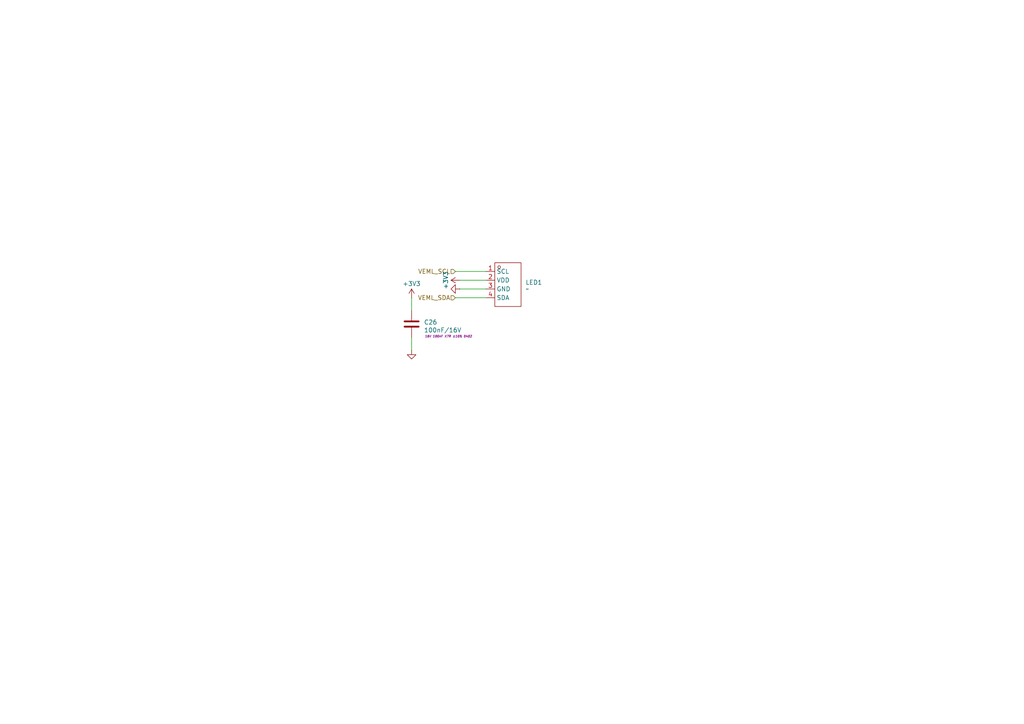
<source format=kicad_sch>
(kicad_sch (version 20250114) (generator "eeschema") (generator_version "9.0")
  (paper "A4")
  (lib_symbols
    (symbol "1-cob-drv:VEML7700-TR"
      (property "Reference" "LED" (at 0 0 0))
      (symbol "VEML7700-TR_1_0"
        (rectangle (start -3.81 -6.35) (end 3.81 6.35))
        (circle (center -2.54 5.08) (radius 0.381))
        (pin unspecified line (at -6.35 3.81 0) (length 2.54) (name "SCL") (number "1"))
        (pin unspecified line (at -6.35 1.27 0) (length 2.54) (name "VDD") (number "2"))
        (pin unspecified line (at -6.35 -1.27 0) (length 2.54) (name "GND") (number "3"))
        (pin unspecified line (at -6.35 -3.81 0) (length 2.54) (name "SDA") (number "4"))
      )
    )
    (symbol "Device:C" (pin_numbers (hide yes)) (pin_names (offset 0.254))
      (property "Reference" "C" (at 0.635 2.54 0))
      (property "Value" "C" (at 0.635 -2.54 0))
      (symbol "C_0_1"
        (polyline (pts (xy -2.032 0.762) (xy 2.032 0.762)) (stroke (width 0.508)))
        (polyline (pts (xy -2.032 -0.762) (xy 2.032 -0.762)) (stroke (width 0.508)))
      )
      (symbol "C_1_1"
        (pin passive line (at 0 3.81 270) (length 2.794) (name "~") (number "1"))
        (pin passive line (at 0 -3.81 90) (length 2.794) (name "~") (number "2"))
      )
    )
    (symbol "power:+3V3" (power) (pin_numbers (hide yes)) (pin_names (offset 0) (hide yes))
      (property "Value" "+3V3" (at 0 3.556 0))
      (symbol "+3V3_0_1"
        (polyline (pts (xy -0.762 1.27) (xy 0 2.54)))
        (polyline (pts (xy 0 2.54) (xy 0.762 1.27)))
        (polyline (pts (xy 0 0) (xy 0 2.54)))
      )
      (symbol "+3V3_1_1"
        (pin power_in line (at 0 0 90) (length 0) (name "~") (number "1"))
      )
    )
    (symbol "power:GND" (power) (pin_numbers (hide yes)) (pin_names (offset 0) (hide yes))
      (property "Value" "GND" (at 0 -3.81 0))
      (symbol "GND_0_1"
        (polyline (pts (xy 0 0) (xy 0 -1.27) (xy 1.27 -1.27) (xy 0 -2.54) (xy -1.27 -1.27) (xy 0 -1.27)))
      )
      (symbol "GND_1_1"
        (pin power_in line (at 0 0 270) (length 0) (name "~") (number "1"))
      )
    )
  )
  (wire (pts (xy 132.08 86.36) (xy 140.97 86.36)))
  (wire (pts (xy 133.35 81.28) (xy 140.97 81.28)))
  (wire (pts (xy 119.38 86.36) (xy 119.38 90.17)))
  (wire (pts (xy 132.08 78.74) (xy 140.97 78.74)))
  (wire (pts (xy 119.38 97.79) (xy 119.38 101.6)))
  (wire (pts (xy 133.35 83.82) (xy 140.97 83.82)))
  (hierarchical_label "VEML_SCL" (shape input) (at 132.08 78.74 180))
  (hierarchical_label "VEML_SDA" (shape input) (at 132.08 86.36 180))
  (symbol (lib_id "power:+3V3") (at 133.35 81.28 90) (unit 1)
    (property "Reference" "#PWR058" (effects (hide yes)))
    (property "Value" "+3V3" (at 129.286 81.28 0))
    (property "Description" "Power symbol creates a global label with name \"+3V3\"" (effects (hide yes)))
  )
  (symbol (lib_id "power:+3V3") (at 119.38 86.36 0) (unit 1)
    (property "Reference" "#PWR060" (effects (hide yes)))
    (property "Value" "+3V3" (at 119.38 82.296 0))
    (property "Description" "Power symbol creates a global label with name \"+3V3\"" (effects (hide yes)))
  )
  (symbol (lib_id "Device:C") (at 119.38 93.98 0) (mirror x) (unit 1)
    (property "Reference" "C26" (at 122.936 93.472 0) (effects (justify left)))
    (property "Value" "100nF/16V" (at 122.936 95.758 0) (effects (justify left)))
    (property "Footprint" "Capacitor_SMD:C_0402_1005Metric" (effects (hide yes)))
    (property "Description" "Unpolarized capacitor" (effects (hide yes)))
    (property "MFR" "Samsung Electro-Mechanics" (effects (hide yes)))
    (property "MFR-PN" "CL05B104KO5NNNC" (effects (hide yes)))
    (property "LCSC PN" "C1525" (effects (hide yes)))
    (property "INFO" "16V 100nF X7R ±10% 0402" (at 130.048 97.536 0) (effects (font (size 0.635 0.635) (bold yes) (italic yes))))
  )
  (symbol (lib_id "power:GND") (at 119.38 101.6 0) (mirror y) (unit 1)
    (property "Reference" "#PWR061" (effects (hide yes)))
    (property "Value" "GND" (effects (hide yes)))
    (property "Description" "Power symbol creates a global label with name \"GND\" , ground" (effects (hide yes)))
  )
  (symbol (lib_id "power:GND") (at 133.35 83.82 270) (mirror x) (unit 1)
    (property "Reference" "#PWR059" (effects (hide yes)))
    (property "Value" "GND" (effects (hide yes)))
    (property "Description" "Power symbol creates a global label with name \"GND\" , ground" (effects (hide yes)))
  )
  (symbol (lib_id "1-cob-drv:VEML7700-TR") (at 147.32 82.55 0) (unit 1)
    (property "Reference" "LED1" (at 152.4 81.9149 0) (effects (justify left)))
    (property "Value" "~" (at 152.4 83.82 0) (effects (justify left)))
    (property "Footprint" "1-COB-MOD:LED-SMD_4P-L6.8-W2.4_VEML7700-TR" (effects (hide yes)))
    (property "Datasheet" "https://atta.szlcsc.com/upload/public/pdf/source/20221116/DEE90B3A4BC655AA35A499F644213E9E.pdf" (effects (hide yes)))
    (property "Description" "Supply Voltage:2.5V~3.6V Supply Voltage:2.5V~3.6V Operating Temperature:-25°C~+85°C Operating Temperature:-25°C~+85°C" (effects (hide yes)))
    (property "Manufacturer Part" "VEML7700-TR" (effects (hide yes)))
    (property "Manufacturer" "VISHAY(威世)" (effects (hide yes)))
    (property "Supplier Part" "C504893" (effects (hide yes)))
    (property "Supplier" "LCSC" (effects (hide yes)))
    (property "LCSC Part Name" "I2C接口的高精度环境光传感器" (effects (hide yes)))
  )
)
</source>
